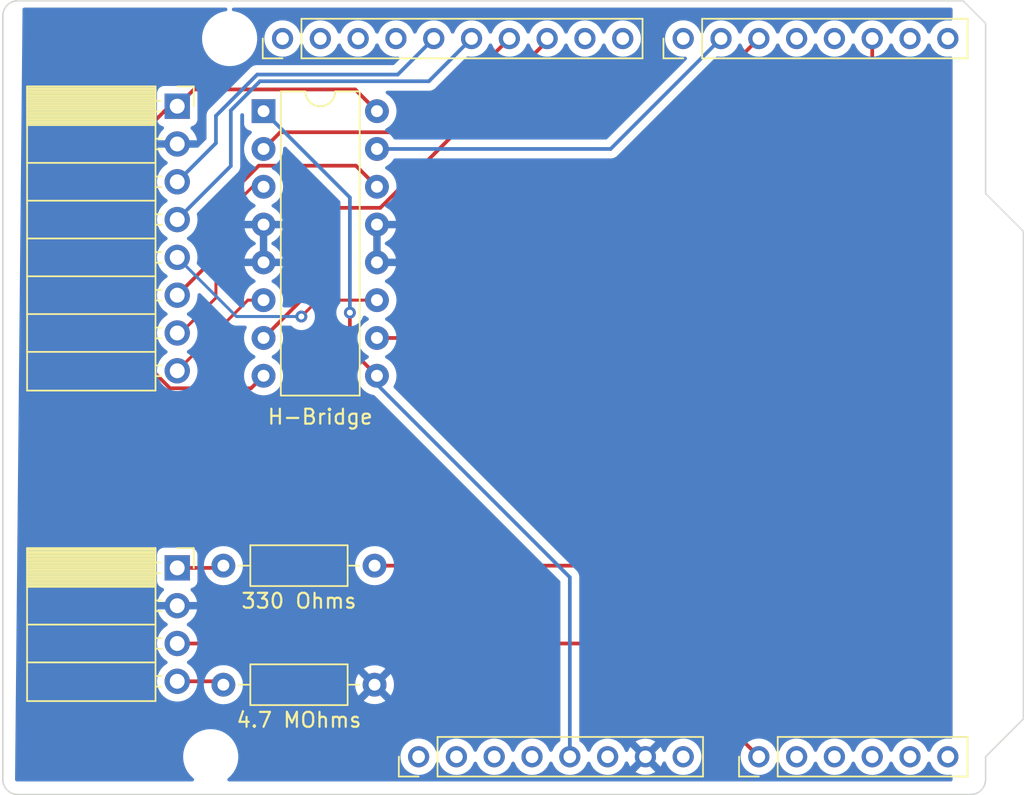
<source format=kicad_pcb>
(kicad_pcb (version 20240108) (generator "pcbnew") (generator_version "8.0")
  (title_block (title "Arduino UNO R4 Shield Template PCB") (date "2023-07-13") (rev "1.0") (company "MStackoverflow"))
  (layers (0 "F.Cu" signal) (31 "B.Cu" signal) (34 "B.Paste" user) (35 "F.Paste" user) (36 "B.SilkS" user "B.Silkscreen") (37 "F.SilkS" user "F.Silkscreen") (38 "B.Mask" user) (39 "F.Mask" user) (44 "Edge.Cuts" user))
  (net 0 "")
  (net 1 "5V")
  (net 2 "left motor -")
  (net 3 "left motor +")
  (net 4 "6V")
  (net 18 "R motor 1")
  (net 20 "R motor 2")
  (net 25 "L encoder")
  (net 26 "R encoder")
  (net 29 "L motor 2")
  (net 30 "L motor 1")
  (net 31 "GND")
  (net 32 "Net-(U7-D2)")
  (net 33 "Net-(J2-Pin_1)")
  (net 34 "Net-(J2-Pin_3)")
  (net 35 "Net-(J2-Pin_4)")
  (net 36 "right motor -")
  (net 37 "right motor +")
  (footprint "Package_DIP:DIP-16_W7.62mm" (layer "F.Cu") (at 124.2 73.46)
    (property "Reference" "H-Bridge" (at 3.81 20.54 0) (layer "F.SilkS"))
    (property "Value" "L293")
    (fp_line (start 1.16 -1.33) (end 1.16 19.11) (stroke (width 0.12)) (layer "F.SilkS"))
    (fp_line (start 1.16 19.11) (end 6.46 19.11) (stroke (width 0.12)) (layer "F.SilkS"))
    (fp_line (start 2.81 -1.33) (end 1.16 -1.33) (stroke (width 0.12)) (layer "F.SilkS"))
    (fp_line (start 6.46 -1.33) (end 4.81 -1.33) (stroke (width 0.12)) (layer "F.SilkS"))
    (fp_line (start 6.46 19.11) (end 6.46 -1.33) (stroke (width 0.12)) (layer "F.SilkS"))
    (fp_arc (start 4.81 -1.33) (mid 3.81 -0.33) (end 2.81 -1.33) (stroke (width 0.12)) (layer "F.SilkS"))
    (pad "1" thru_hole rect (at 0 0) (size 1.6 1.6) (drill 0.8) (layers "*.Cu" "*.Mask") (net 1 "5V"))
    (pad "2" thru_hole oval (at 0 2.54) (size 1.6 1.6) (drill 0.8) (layers "*.Cu" "*.Mask") (net 30 "L motor 1"))
    (pad "3" thru_hole oval (at 0 5.08) (size 1.6 1.6) (drill 0.8) (layers "*.Cu" "*.Mask") (net 3 "left motor +"))
    (pad "4" thru_hole oval (at 0 7.62) (size 1.6 1.6) (drill 0.8) (layers "*.Cu" "*.Mask") (net 31 "GND"))
    (pad "5" thru_hole oval (at 0 10.16) (size 1.6 1.6) (drill 0.8) (layers "*.Cu" "*.Mask") (net 31 "GND"))
    (pad "6" thru_hole oval (at 0 12.7) (size 1.6 1.6) (drill 0.8) (layers "*.Cu" "*.Mask") (net 2 "left motor -"))
    (pad "7" thru_hole oval (at 0 15.24) (size 1.6 1.6) (drill 0.8) (layers "*.Cu" "*.Mask") (net 29 "L motor 2"))
    (pad "8" thru_hole oval (at 0 17.78) (size 1.6 1.6) (drill 0.8) (layers "*.Cu" "*.Mask") (net 4 "6V"))
    (pad "9" thru_hole oval (at 7.62 17.78) (size 1.6 1.6) (drill 0.8) (layers "*.Cu" "*.Mask") (net 1 "5V"))
    (pad "10" thru_hole oval (at 7.62 15.24) (size 1.6 1.6) (drill 0.8) (layers "*.Cu" "*.Mask") (net 18 "R motor 1"))
    (pad "11" thru_hole oval (at 7.62 12.7) (size 1.6 1.6) (drill 0.8) (layers "*.Cu" "*.Mask") (net 37 "right motor +"))
    (pad "12" thru_hole oval (at 7.62 10.16) (size 1.6 1.6) (drill 0.8) (layers "*.Cu" "*.Mask") (net 31 "GND"))
    (pad "13" thru_hole oval (at 7.62 7.62) (size 1.6 1.6) (drill 0.8) (layers "*.Cu" "*.Mask") (net 31 "GND"))
    (pad "14" thru_hole oval (at 7.62 5.08) (size 1.6 1.6) (drill 0.8) (layers "*.Cu" "*.Mask") (net 36 "right motor -"))
    (pad "15" thru_hole oval (at 7.62 2.54) (size 1.6 1.6) (drill 0.8) (layers "*.Cu" "*.Mask") (net 20 "R motor 2"))
    (pad "16" thru_hole oval (at 7.62 0) (size 1.6 1.6) (drill 0.8) (layers "*.Cu" "*.Mask") (net 4 "6V"))
  )
  (footprint "Connector_PinSocket_2.54mm:PinSocket_1x08_P2.54mm_Horizontal" (layer "F.Cu") (at 118.4 73.125)
    (property "Reference" "J1" (hide yes))
    (property "Value" "Conn_01x08_Socket")
    (fp_line (start -10.09 -1.33) (end -10.09 19.11) (stroke (width 0.12)) (layer "F.SilkS"))
    (fp_line (start -10.09 -1.33) (end -1.46 -1.33) (stroke (width 0.12)) (layer "F.SilkS"))
    (fp_line (start -10.09 -1.21) (end -1.46 -1.21) (stroke (width 0.12)) (layer "F.SilkS"))
    (fp_line (start -10.09 -1.091905) (end -1.46 -1.091905) (stroke (width 0.12)) (layer "F.SilkS"))
    (fp_line (start -10.09 -0.97381) (end -1.46 -0.97381) (stroke (width 0.12)) (layer "F.SilkS"))
    (fp_line (start -10.09 -0.855715) (end -1.46 -0.855715) (stroke (width 0.12)) (layer "F.SilkS"))
    (fp_line (start -10.09 -0.73762) (end -1.46 -0.73762) (stroke (width 0.12)) (layer "F.SilkS"))
    (fp_line (start -10.09 -0.619525) (end -1.46 -0.619525) (stroke (width 0.12)) (layer "F.SilkS"))
    (fp_line (start -10.09 -0.50143) (end -1.46 -0.50143) (stroke (width 0.12)) (layer "F.SilkS"))
    (fp_line (start -10.09 -0.383335) (end -1.46 -0.383335) (stroke (width 0.12)) (layer "F.SilkS"))
    (fp_line (start -10.09 -0.26524) (end -1.46 -0.26524) (stroke (width 0.12)) (layer "F.SilkS"))
    (fp_line (start -10.09 -0.147145) (end -1.46 -0.147145) (stroke (width 0.12)) (layer "F.SilkS"))
    (fp_line (start -10.09 -0.02905) (end -1.46 -0.02905) (stroke (width 0.12)) (layer "F.SilkS"))
    (fp_line (start -10.09 0.089045) (end -1.46 0.089045) (stroke (width 0.12)) (layer "F.SilkS"))
    (fp_line (start -10.09 0.20714) (end -1.46 0.20714) (stroke (width 0.12)) (layer "F.SilkS"))
    (fp_line (start -10.09 0.325235) (end -1.46 0.325235) (stroke (width 0.12)) (layer "F.SilkS"))
    (fp_line (start -10.09 0.44333) (end -1.46 0.44333) (stroke (width 0.12)) (layer "F.SilkS"))
    (fp_line (start -10.09 0.561425) (end -1.46 0.561425) (stroke (width 0.12)) (layer "F.SilkS"))
    (fp_line (start -10.09 0.67952) (end -1.46 0.67952) (stroke (width 0.12)) (layer "F.SilkS"))
    (fp_line (start -10.09 0.797615) (end -1.46 0.797615) (stroke (width 0.12)) (layer "F.SilkS"))
    (fp_line (start -10.09 0.91571) (end -1.46 0.91571) (stroke (width 0.12)) (layer "F.SilkS"))
    (fp_line (start -10.09 1.033805) (end -1.46 1.033805) (stroke (width 0.12)) (layer "F.SilkS"))
    (fp_line (start -10.09 1.1519) (end -1.46 1.1519) (stroke (width 0.12)) (layer "F.SilkS"))
    (fp_line (start -10.09 1.27) (end -1.46 1.27) (stroke (width 0.12)) (layer "F.SilkS"))
    (fp_line (start -10.09 3.81) (end -1.46 3.81) (stroke (width 0.12)) (layer "F.SilkS"))
    (fp_line (start -10.09 6.35) (end -1.46 6.35) (stroke (width 0.12)) (layer "F.SilkS"))
    (fp_line (start -10.09 8.89) (end -1.46 8.89) (stroke (width 0.12)) (layer "F.SilkS"))
    (fp_line (start -10.09 11.43) (end -1.46 11.43) (stroke (width 0.12)) (layer "F.SilkS"))
    (fp_line (start -10.09 13.97) (end -1.46 13.97) (stroke (width 0.12)) (layer "F.SilkS"))
    (fp_line (start -10.09 16.51) (end -1.46 16.51) (stroke (width 0.12)) (layer "F.SilkS"))
    (fp_line (start -10.09 19.11) (end -1.46 19.11) (stroke (width 0.12)) (layer "F.SilkS"))
    (fp_line (start -1.46 -1.33) (end -1.46 19.11) (stroke (width 0.12)) (layer "F.SilkS"))
    (fp_line (start -1.46 -0.36) (end -1.11 -0.36) (stroke (width 0.12)) (layer "F.SilkS"))
    (fp_line (start -1.46 0.36) (end -1.11 0.36) (stroke (width 0.12)) (layer "F.SilkS"))
    (fp_line (start -1.46 2.18) (end -1.05 2.18) (stroke (width 0.12)) (layer "F.SilkS"))
    (fp_line (start -1.46 2.9) (end -1.05 2.9) (stroke (width 0.12)) (layer "F.SilkS"))
    (fp_line (start -1.46 4.72) (end -1.05 4.72) (stroke (width 0.12)) (layer "F.SilkS"))
    (fp_line (start -1.46 5.44) (end -1.05 5.44) (stroke (width 0.12)) (layer "F.SilkS"))
    (fp_line (start -1.46 7.26) (end -1.05 7.26) (stroke (width 0.12)) (layer "F.SilkS"))
    (fp_line (start -1.46 7.98) (end -1.05 7.98) (stroke (width 0.12)) (layer "F.SilkS"))
    (fp_line (start -1.46 9.8) (end -1.05 9.8) (stroke (width 0.12)) (layer "F.SilkS"))
    (fp_line (start -1.46 10.52) (end -1.05 10.52) (stroke (width 0.12)) (layer "F.SilkS"))
    (fp_line (start -1.46 12.34) (end -1.05 12.34) (stroke (width 0.12)) (layer "F.SilkS"))
    (fp_line (start -1.46 13.06) (end -1.05 13.06) (stroke (width 0.12)) (layer "F.SilkS"))
    (fp_line (start -1.46 14.88) (end -1.05 14.88) (stroke (width 0.12)) (layer "F.SilkS"))
    (fp_line (start -1.46 15.6) (end -1.05 15.6) (stroke (width 0.12)) (layer "F.SilkS"))
    (fp_line (start -1.46 17.42) (end -1.05 17.42) (stroke (width 0.12)) (layer "F.SilkS"))
    (fp_line (start -1.46 18.14) (end -1.05 18.14) (stroke (width 0.12)) (layer "F.SilkS"))
    (fp_line (start 0 -1.33) (end 1.11 -1.33) (stroke (width 0.12)) (layer "F.SilkS"))
    (fp_line (start 1.11 -1.33) (end 1.11 0) (stroke (width 0.12)) (layer "F.SilkS"))
    (pad "1" thru_hole rect (at 0 0) (size 1.7 1.7) (drill 1) (layers "*.Cu" "*.Mask") (net 4 "6V"))
    (pad "2" thru_hole oval (at 0 2.54) (size 1.7 1.7) (drill 1) (layers "*.Cu" "*.Mask") (net 31 "GND"))
    (pad "3" thru_hole oval (at 0 5.08) (size 1.7 1.7) (drill 1) (layers "*.Cu" "*.Mask") (net 26 "R encoder"))
    (pad "4" thru_hole oval (at 0 7.62) (size 1.7 1.7) (drill 1) (layers "*.Cu" "*.Mask") (net 25 "L encoder"))
    (pad "5" thru_hole oval (at 0 10.16) (size 1.7 1.7) (drill 1) (layers "*.Cu" "*.Mask") (net 37 "right motor +"))
    (pad "6" thru_hole oval (at 0 12.7) (size 1.7 1.7) (drill 1) (layers "*.Cu" "*.Mask") (net 36 "right motor -"))
    (pad "7" thru_hole oval (at 0 15.24) (size 1.7 1.7) (drill 1) (layers "*.Cu" "*.Mask") (net 3 "left motor +"))
    (pad "8" thru_hole oval (at 0 17.78) (size 1.7 1.7) (drill 1) (layers "*.Cu" "*.Mask") (net 2 "left motor -"))
  )
  (footprint "Resistor_THT:R_Axial_DIN0207_L6.3mm_D2.5mm_P10.16mm_Horizontal" (layer "F.Cu") (at 131.66 112 180)
    (property "Reference" "4.7 MOhms" (at 5.08 -2.37 0) (layer "F.SilkS"))
    (property "Value" "4.7 MOhms")
    (fp_line (start 9.12 0) (end 8.35 0) (stroke (width 0.12)) (layer "F.SilkS"))
    (fp_line (start 8.35 1.37) (end 8.35 -1.37) (stroke (width 0.12)) (layer "F.SilkS"))
    (fp_line (start 8.35 -1.37) (end 1.81 -1.37) (stroke (width 0.12)) (layer "F.SilkS"))
    (fp_line (start 1.81 1.37) (end 8.35 1.37) (stroke (width 0.12)) (layer "F.SilkS"))
    (fp_line (start 1.81 -1.37) (end 1.81 1.37) (stroke (width 0.12)) (layer "F.SilkS"))
    (fp_line (start 1.04 0) (end 1.81 0) (stroke (width 0.12)) (layer "F.SilkS"))
    (pad "1" thru_hole circle (at 0 0 180) (size 1.6 1.6) (drill 0.8) (layers "*.Cu" "*.Mask") (net 31 "GND"))
    (pad "2" thru_hole oval (at 10.16 0 180) (size 1.6 1.6) (drill 0.8) (layers "*.Cu" "*.Mask") (net 35 "Net-(J2-Pin_4)"))
  )
  (footprint "ArduinoMountingHoles:Arduino_MountingHole" (layer "F.Cu") (at 172.72 83.82001)
    (property "Reference" "H1" (hide yes))
    (property "Value" "MountingHole1" (hide yes))
    (pad "" np_thru_hole circle (at 0 0) (size 3.19989 3.19989) (drill 3.19989) (layers "F&B.Cu" "*.Mask"))
  )
  (footprint "Resistor_THT:R_Axial_DIN0207_L6.3mm_D2.5mm_P10.16mm_Horizontal" (layer "F.Cu") (at 131.66 104 180)
    (property "Reference" "330 Ohms" (at 5.08 -2.37 0) (layer "F.SilkS"))
    (property "Value" "330 Ohms")
    (fp_line (start 9.12 0) (end 8.35 0) (stroke (width 0.12)) (layer "F.SilkS"))
    (fp_line (start 8.35 1.37) (end 8.35 -1.37) (stroke (width 0.12)) (layer "F.SilkS"))
    (fp_line (start 8.35 -1.37) (end 1.81 -1.37) (stroke (width 0.12)) (layer "F.SilkS"))
    (fp_line (start 1.81 1.37) (end 8.35 1.37) (stroke (width 0.12)) (layer "F.SilkS"))
    (fp_line (start 1.81 -1.37) (end 1.81 1.37) (stroke (width 0.12)) (layer "F.SilkS"))
    (fp_line (start 1.04 0) (end 1.81 0) (stroke (width 0.12)) (layer "F.SilkS"))
    (pad "1" thru_hole circle (at 0 0 180) (size 1.6 1.6) (drill 0.8) (layers "*.Cu" "*.Mask") (net 32 "Net-(U7-D2)"))
    (pad "2" thru_hole oval (at 10.16 0 180) (size 1.6 1.6) (drill 0.8) (layers "*.Cu" "*.Mask") (net 33 "Net-(J2-Pin_1)"))
  )
  (footprint "ArduinoPinSockets:Arduino_PinSocket_1x08_P2.54mm_Vertical" (layer "F.Cu") (at 152.39999 68.58001 90)
    (property "Reference" "U7" (hide yes))
    (property "Value" "Digital_2" (hide yes))
    (fp_line (start -1.33 -1.33) (end 0 -1.33) (stroke (width 0.12)) (layer "F.SilkS"))
    (fp_line (start -1.33 0) (end -1.33 -1.33) (stroke (width 0.12)) (layer "F.SilkS"))
    (fp_line (start 1.33 1.27) (end 1.33 19.11) (stroke (width 0.12)) (layer "F.SilkS"))
    (fp_line (start -1.33 1.27) (end 1.33 1.27) (stroke (width 0.12)) (layer "F.SilkS"))
    (fp_line (start -1.33 1.27) (end -1.33 19.11) (stroke (width 0.12)) (layer "F.SilkS"))
    (fp_line (start -1.33 19.11) (end 1.33 19.11) (stroke (width 0.12)) (layer "F.SilkS"))
    (pad "11" thru_hole circle (at 0 0 90) (size 1.422 1.422) (drill 0.85) (layers "*.Cu" "*.Mask"))
    (pad "12" thru_hole circle (at 0 2.54 90) (size 1.422 1.422) (drill 0.85) (layers "*.Cu" "*.Mask") (net 20 "R motor 2"))
    (pad "13" thru_hole circle (at 0 5.08 90) (size 1.422 1.422) (drill 0.85) (layers "*.Cu" "*.Mask") (net 18 "R motor 1"))
    (pad "14" thru_hole circle (at 0 7.62 90) (size 1.422 1.422) (drill 0.85) (layers "*.Cu" "*.Mask"))
    (pad "15" thru_hole circle (at 0 10.16 90) (size 1.422 1.422) (drill 0.85) (layers "*.Cu" "*.Mask"))
    (pad "16" thru_hole circle (at 0 12.7 90) (size 1.422 1.422) (drill 0.85) (layers "*.Cu" "*.Mask") (net 32 "Net-(U7-D2)"))
    (pad "17" thru_hole circle (at 0 15.24 90) (size 1.422 1.422) (drill 0.85) (layers "*.Cu" "*.Mask"))
    (pad "18" thru_hole circle (at 0 17.78 90) (size 1.422 1.422) (drill 0.85) (layers "*.Cu" "*.Mask"))
  )
  (footprint "ArduinoPinSockets:Arduino_PinSocket_1x10_P2.54mm_Vertical" (layer "F.Cu") (at 125.476 68.58 90)
    (property "Reference" "U6" (hide yes))
    (property "Value" "Digital_1" (hide yes))
    (fp_line (start -1.33 -1.33) (end 0 -1.33) (stroke (width 0.12)) (layer "F.SilkS"))
    (fp_line (start -1.33 0) (end -1.33 -1.33) (stroke (width 0.12)) (layer "F.SilkS"))
    (fp_line (start 1.33 1.27) (end 1.33 24.19) (stroke (width 0.12)) (layer "F.SilkS"))
    (fp_line (start -1.33 1.27) (end 1.33 1.27) (stroke (width 0.12)) (layer "F.SilkS"))
    (fp_line (start -1.33 1.27) (end -1.33 24.19) (stroke (width 0.12)) (layer "F.SilkS"))
    (fp_line (start -1.33 24.19) (end 1.33 24.19) (stroke (width 0.12)) (layer "F.SilkS"))
    (pad "1" thru_hole circle (at 0 0 90) (size 1.422 1.422) (drill 0.85) (layers "*.Cu" "*.Mask"))
    (pad "2" thru_hole circle (at 0 2.54 90) (size 1.422 1.422) (drill 0.85) (layers "*.Cu" "*.Mask"))
    (pad "3" thru_hole circle (at 0 5.08 90) (size 1.422 1.422) (drill 0.85) (layers "*.Cu" "*.Mask"))
    (pad "4" thru_hole circle (at 0 7.62 90) (size 1.422 1.422) (drill 0.85) (layers "*.Cu" "*.Mask"))
    (pad "5" thru_hole circle (at 0 10.16 90) (size 1.422 1.422) (drill 0.85) (layers "*.Cu" "*.Mask") (net 26 "R encoder"))
    (pad "6" thru_hole circle (at 0 12.7 90) (size 1.422 1.422) (drill 0.85) (layers "*.Cu" "*.Mask") (net 25 "L encoder"))
    (pad "7" thru_hole circle (at 0 15.24 90) (size 1.422 1.422) (drill 0.85) (layers "*.Cu" "*.Mask") (net 30 "L motor 1"))
    (pad "8" thru_hole circle (at 0 17.78 90) (size 1.422 1.422) (drill 0.85) (layers "*.Cu" "*.Mask") (net 29 "L motor 2"))
    (pad "9" thru_hole circle (at 0 20.32 90) (size 1.422 1.422) (drill 0.85) (layers "*.Cu" "*.Mask"))
    (pad "10" thru_hole circle (at 0 22.86 90) (size 1.422 1.422) (drill 0.85) (layers "*.Cu" "*.Mask"))
  )
  (footprint "ArduinoMountingHoles:Arduino_MountingHole" (layer "F.Cu") (at 120.65 116.84)
    (property "Reference" "H4" (hide yes))
    (property "Value" "MountingHole4" (hide yes))
    (pad "" np_thru_hole circle (at 0 0) (size 3.19989 3.19989) (drill 3.19989) (layers "F&B.Cu" "*.Mask"))
  )
  (footprint "ArduinoPinSockets:Arduino_PinSocket_1x06_P2.54mm_Vertical" (layer "F.Cu") (at 157.48 116.84 90)
    (property "Reference" "U3" (hide yes))
    (property "Value" "Analog_2" (hide yes))
    (fp_line (start -1.33 -1.33) (end 0 -1.33) (stroke (width 0.12)) (layer "F.SilkS"))
    (fp_line (start -1.33 0) (end -1.33 -1.33) (stroke (width 0.12)) (layer "F.SilkS"))
    (fp_line (start 1.33 1.27) (end 1.33 14.03) (stroke (width 0.12)) (layer "F.SilkS"))
    (fp_line (start -1.33 1.27) (end 1.33 1.27) (stroke (width 0.12)) (layer "F.SilkS"))
    (fp_line (start -1.33 1.27) (end -1.33 14.03) (stroke (width 0.12)) (layer "F.SilkS"))
    (fp_line (start -1.33 14.03) (end 1.33 14.03) (stroke (width 0.12)) (layer "F.SilkS"))
    (pad "9" thru_hole circle (at 0 0 90) (size 1.422 1.422) (drill 0.85) (layers "*.Cu" "*.Mask") (net 34 "Net-(J2-Pin_3)"))
    (pad "10" thru_hole circle (at 0 2.54 90) (size 1.422 1.422) (drill 0.85) (layers "*.Cu" "*.Mask"))
    (pad "11" thru_hole circle (at 0 5.08 90) (size 1.422 1.422) (drill 0.85) (layers "*.Cu" "*.Mask"))
    (pad "12" thru_hole circle (at 0 7.62 90) (size 1.422 1.422) (drill 0.85) (layers "*.Cu" "*.Mask"))
    (pad "13" thru_hole circle (at 0 10.16 90) (size 1.422 1.422) (drill 0.85) (layers "*.Cu" "*.Mask"))
    (pad "14" thru_hole circle (at 0 12.7 90) (size 1.422 1.422) (drill 0.85) (layers "*.Cu" "*.Mask"))
  )
  (footprint "ArduinoPinSockets:Arduino_PinSocket_1x08_P2.54mm_Vertical" (layer "F.Cu") (at 134.62 116.84 90)
    (property "Reference" "U2" (hide yes))
    (property "Value" "Analog_1" (hide yes))
    (fp_line (start -1.33 -1.33) (end 0 -1.33) (stroke (width 0.12)) (layer "F.SilkS"))
    (fp_line (start -1.33 0) (end -1.33 -1.33) (stroke (width 0.12)) (layer "F.SilkS"))
    (fp_line (start 1.33 1.27) (end 1.33 19.11) (stroke (width 0.12)) (layer "F.SilkS"))
    (fp_line (start -1.33 1.27) (end 1.33 1.27) (stroke (width 0.12)) (layer "F.SilkS"))
    (fp_line (start -1.33 1.27) (end -1.33 19.11) (stroke (width 0.12)) (layer "F.SilkS"))
    (fp_line (start -1.33 19.11) (end 1.33 19.11) (stroke (width 0.12)) (layer "F.SilkS"))
    (pad "1" thru_hole circle (at 0 0 90) (size 1.422 1.422) (drill 0.85) (layers "*.Cu" "*.Mask"))
    (pad "2" thru_hole circle (at 0 2.54 90) (size 1.422 1.422) (drill 0.85) (layers "*.Cu" "*.Mask"))
    (pad "3" thru_hole circle (at 0 5.08 90) (size 1.422 1.422) (drill 0.85) (layers "*.Cu" "*.Mask"))
    (pad "4" thru_hole circle (at 0 7.62 90) (size 1.422 1.422) (drill 0.85) (layers "*.Cu" "*.Mask"))
    (pad "5" thru_hole circle (at 0 10.16 90) (size 1.422 1.422) (drill 0.85) (layers "*.Cu" "*.Mask") (net 1 "5V"))
    (pad "6" thru_hole circle (at 0 12.7 90) (size 1.422 1.422) (drill 0.85) (layers "*.Cu" "*.Mask"))
    (pad "7" thru_hole circle (at 0 15.24 90) (size 1.422 1.422) (drill 0.85) (layers "*.Cu" "*.Mask") (net 31 "GND"))
    (pad "8" thru_hole circle (at 0 17.78 90) (size 1.422 1.422) (drill 0.85) (layers "*.Cu" "*.Mask"))
  )
  (footprint "ArduinoMountingHoles:Arduino_MountingHole" (layer "F.Cu") (at 121.91999 68.58001)
    (property "Reference" "H2" (hide yes))
    (property "Value" "MountingHole2" (hide yes))
    (pad "" np_thru_hole circle (at 0 0) (size 3.19989 3.19989) (drill 3.19989) (layers "F&B.Cu" "*.Mask"))
  )
  (footprint "Connector_PinSocket_2.54mm:PinSocket_1x04_P2.54mm_Horizontal" (layer "F.Cu") (at 118.4 104.15)
    (property "Reference" "J2" (hide yes))
    (property "Value" "Conn_01x04_Socket")
    (fp_line (start -10.09 -1.33) (end -10.09 8.95) (stroke (width 0.12)) (layer "F.SilkS"))
    (fp_line (start -10.09 -1.33) (end -1.46 -1.33) (stroke (width 0.12)) (layer "F.SilkS"))
    (fp_line (start -10.09 -1.21) (end -1.46 -1.21) (stroke (width 0.12)) (layer "F.SilkS"))
    (fp_line (start -10.09 -1.091905) (end -1.46 -1.091905) (stroke (width 0.12)) (layer "F.SilkS"))
    (fp_line (start -10.09 -0.97381) (end -1.46 -0.97381) (stroke (width 0.12)) (layer "F.SilkS"))
    (fp_line (start -10.09 -0.855715) (end -1.46 -0.855715) (stroke (width 0.12)) (layer "F.SilkS"))
    (fp_line (start -10.09 -0.73762) (end -1.46 -0.73762) (stroke (width 0.12)) (layer "F.SilkS"))
    (fp_line (start -10.09 -0.619525) (end -1.46 -0.619525) (stroke (width 0.12)) (layer "F.SilkS"))
    (fp_line (start -10.09 -0.50143) (end -1.46 -0.50143) (stroke (width 0.12)) (layer "F.SilkS"))
    (fp_line (start -10.09 -0.383335) (end -1.46 -0.383335) (stroke (width 0.12)) (layer "F.SilkS"))
    (fp_line (start -10.09 -0.26524) (end -1.46 -0.26524) (stroke (width 0.12)) (layer "F.SilkS"))
    (fp_line (start -10.09 -0.147145) (end -1.46 -0.147145) (stroke (width 0.12)) (layer "F.SilkS"))
    (fp_line (start -10.09 -0.02905) (end -1.46 -0.02905) (stroke (width 0.12)) (layer "F.SilkS"))
    (fp_line (start -10.09 0.089045) (end -1.46 0.089045) (stroke (width 0.12)) (layer "F.SilkS"))
    (fp_line (start -10.09 0.20714) (end -1.46 0.20714) (stroke (width 0.12)) (layer "F.SilkS"))
    (fp_line (start -10.09 0.325235) (end -1.46 0.325235) (stroke (width 0.12)) (layer "F.SilkS"))
    (fp_line (start -10.09 0.44333) (end -1.46 0.44333) (stroke (width 0.12)) (layer "F.SilkS"))
    (fp_line (start -10.09 0.561425) (end -1.46 0.561425) (stroke (width 0.12)) (layer "F.SilkS"))
    (fp_line (start -10.09 0.67952) (end -1.46 0.67952) (stroke (width 0.12)) (layer "F.SilkS"))
    (fp_line (start -10.09 0.797615) (end -1.46 0.797615) (stroke (width 0.12)) (layer "F.SilkS"))
    (fp_line (start -10.09 0.91571) (end -1.46 0.91571) (stroke (width 0.12)) (layer "F.SilkS"))
    (fp_line (start -10.09 1.033805) (end -1.46 1.033805) (stroke (width 0.12)) (layer "F.SilkS"))
    (fp_line (start -10.09 1.1519) (end -1.46 1.1519) (stroke (width 0.12)) (layer "F.SilkS"))
    (fp_line (start -10.09 1.27) (end -1.46 1.27) (stroke (width 0.12)) (layer "F.SilkS"))
    (fp_line (start -10.09 3.81) (end -1.46 3.81) (stroke (width 0.12)) (layer "F.SilkS"))
    (fp_line (start -10.09 6.35) (end -1.46 6.35) (stroke (width 0.12)) (layer "F.SilkS"))
    (fp_line (start -10.09 8.95) (end -1.46 8.95) (stroke (width 0.12)) (layer "F.SilkS"))
    (fp_line (start -1.46 -1.33) (end -1.46 8.95) (stroke (width 0.12)) (layer "F.SilkS"))
    (fp_line (start -1.46 -0.36) (end -1.11 -0.36) (stroke (width 0.12)) (layer "F.SilkS"))
    (fp_line (start -1.46 0.36) (end -1.11 0.36) (stroke (width 0.12)) (layer "F.SilkS"))
    (fp_line (start -1.46 2.18) (end -1.05 2.18) (stroke (width 0.12)) (layer "F.SilkS"))
    (fp_line (start -1.46 2.9) (end -1.05 2.9) (stroke (width 0.12)) (layer "F.SilkS"))
    (fp_line (start -1.46 4.72) (end -1.05 4.72) (stroke (width 0.12)) (layer "F.SilkS"))
    (fp_line (start -1.46 5.44) (end -1.05 5.44) (stroke (width 0.12)) (layer "F.SilkS"))
    (fp_line (start -1.46 7.26) (end -1.05 7.26) (stroke (width 0.12)) (layer "F.SilkS"))
    (fp_line (start -1.46 7.98) (end -1.05 7.98) (stroke (width 0.12)) (layer "F.SilkS"))
    (fp_line (start 0 -1.33) (end 1.11 -1.33) (stroke (width 0.12)) (layer "F.SilkS"))
    (fp_line (start 1.11 -1.33) (end 1.11 0) (stroke (width 0.12)) (layer "F.SilkS"))
    (pad "1" thru_hole rect (at 0 0) (size 1.7 1.7) (drill 1) (layers "*.Cu" "*.Mask") (net 33 "Net-(J2-Pin_1)"))
    (pad "2" thru_hole oval (at 0 2.54) (size 1.7 1.7) (drill 1) (layers "*.Cu" "*.Mask") (net 31 "GND"))
    (pad "3" thru_hole oval (at 0 5.08) (size 1.7 1.7) (drill 1) (layers "*.Cu" "*.Mask") (net 34 "Net-(J2-Pin_3)"))
    (pad "4" thru_hole oval (at 0 7.62) (size 1.7 1.7) (drill 1) (layers "*.Cu" "*.Mask") (net 35 "Net-(J2-Pin_4)"))
  )
  (footprint "ArduinoMountingHoles:Arduino_MountingHole" (layer "F.Cu") (at 172.72 111.76)
    (property "Reference" "H3" (hide yes))
    (property "Value" "MountingHole3" (hide yes))
    (pad "" np_thru_hole circle (at 0 0) (size 3.19989 3.19989) (drill 3.19989) (layers "F&B.Cu" "*.Mask"))
  )
  (gr_line (start 171.196 66.04) (end 172.72 67.564) (stroke (width 0.1)) (layer "Edge.Cuts"))
  (gr_arc (start 107.696 119.38) (mid 106.97758 119.08242) (end 106.68 118.364) (stroke (width 0.1)) (layer "Edge.Cuts"))
  (gr_line (start 172.72 78.994) (end 175.26 81.534) (stroke (width 0.1)) (layer "Edge.Cuts"))
  (gr_arc (start 172.72 118.364) (mid 172.42242 119.08242) (end 171.704 119.38) (stroke (width 0.1)) (layer "Edge.Cuts"))
  (gr_line (start 175.26 81.534) (end 175.26 114.3) (stroke (width 0.1)) (layer "Edge.Cuts"))
  (gr_line (start 171.704 119.38) (end 107.696 119.38) (stroke (width 0.1)) (layer "Edge.Cuts"))
  (gr_line (start 175.26 114.3) (end 172.72 116.84) (stroke (width 0.1)) (layer "Edge.Cuts"))
  (gr_line (start 172.72 67.564) (end 172.72 78.994) (stroke (width 0.1)) (layer "Edge.Cuts"))
  (gr_arc (start 106.68 67.056) (mid 106.97758 66.33758) (end 107.696 66.04) (stroke (width 0.1)) (layer "Edge.Cuts"))
  (gr_line (start 172.72 116.84) (end 172.72 118.364) (stroke (width 0.1)) (layer "Edge.Cuts"))
  (gr_line (start 107.696 66.04) (end 171.196 66.04) (stroke (width 0.1)) (layer "Edge.Cuts"))
  (gr_line (start 106.68 118.364) (end 106.68 67.056) (stroke (width 0.1)) (layer "Edge.Cuts"))
  (segment (start 130 87) (end 130 89.42) (width 0.25) (layer "F.Cu") (net 1))
  (segment (start 130 89.42) (end 131.82 91.24) (width 0.25) (layer "F.Cu") (net 1))
  (via (at 130 87) (size 0.8) (drill 0.4) (layers "F.Cu" "B.Cu") (net 1))
  (segment (start 135 95) (end 144.78 104.78) (width 0.25) (layer "B.Cu") (net 1))
  (segment (start 131.82 91.82) (end 131.82 91.24) (width 0.25) (layer "B.Cu") (net 1))
  (segment (start 144.78 104.78) (end 144.78 116.84) (width 0.25) (layer "B.Cu") (net 1))
  (segment (start 130 87) (end 130 79.26) (width 0.25) (layer "B.Cu") (net 1))
  (segment (start 135 95) (end 131.82 91.82) (width 0.25) (layer "B.Cu") (net 1))
  (segment (start 130 79.26) (end 124.2 73.46) (width 0.25) (layer "B.Cu") (net 1))
  (segment (start 118.4 90.905) (end 123.145 86.16) (width 0.2) (layer "F.Cu") (net 2))
  (segment (start 123.145 86.16) (end 124.2 86.16) (width 0.2) (layer "F.Cu") (net 2))
  (segment (start 123.46 78.54) (end 124.2 78.54) (width 0.2) (layer "F.Cu") (net 3))
  (segment (start 118.4 88.365) (end 118.635 88.365) (width 0.2) (layer "F.Cu") (net 3))
  (segment (start 121 86) (end 121 81) (width 0.2) (layer "F.Cu") (net 3))
  (segment (start 121 81) (end 123.46 78.54) (width 0.2) (layer "F.Cu") (net 3))
  (segment (start 118.635 88.365) (end 121 86) (width 0.2) (layer "F.Cu") (net 3))
  (segment (start 117.913298 92.08) (end 116 90.166702) (width 0.25) (layer "F.Cu") (net 4))
  (segment (start 116 75) (end 117.875 73.125) (width 0.25) (layer "F.Cu") (net 4))
  (segment (start 117.875 73.125) (end 118.4 73.125) (width 0.25) (layer "F.Cu") (net 4))
  (segment (start 116 90.166702) (end 116 75) (width 0.25) (layer "F.Cu") (net 4))
  (segment (start 119.525 72) (end 130.36 72) (width 0.25) (layer "F.Cu") (net 4))
  (segment (start 118.4 73.125) (end 119.525 72) (width 0.25) (layer "F.Cu") (net 4))
  (segment (start 123.36 92.08) (end 117.913298 92.08) (width 0.25) (layer "F.Cu") (net 4))
  (segment (start 124.2 91.24) (end 123.36 92.08) (width 0.25) (layer "F.Cu") (net 4))
  (segment (start 130.36 72) (end 131.82 73.46) (width 0.25) (layer "F.Cu") (net 4))
  (segment (start 131.82 88.7) (end 137.36 88.7) (width 0.25) (layer "F.Cu") (net 18))
  (segment (start 137.36 88.7) (end 157.47999 68.58001) (width 0.25) (layer "F.Cu") (net 18))
  (segment (start 131.82 76) (end 147.52 76) (width 0.25) (layer "B.Cu") (net 20))
  (segment (start 147.52 76) (end 154.93999 68.58001) (width 0.25) (layer "B.Cu") (net 20))
  (segment (start 122 73.41) (end 123.96 71.45) (width 0.25) (layer "B.Cu") (net 25))
  (segment (start 122 77.145) (end 122 73.41) (width 0.25) (layer "B.Cu") (net 25))
  (segment (start 135.306 71.45) (end 138.176 68.58) (width 0.25) (layer "B.Cu") (net 25))
  (segment (start 123.96 71.45) (end 135.306 71.45) (width 0.25) (layer "B.Cu") (net 25))
  (segment (start 118.4 80.745) (end 122 77.145) (width 0.25) (layer "B.Cu") (net 25))
  (segment (start 123.773604 71) (end 133.216 71) (width 0.25) (layer "B.Cu") (net 26))
  (segment (start 133.216 71) (end 135.636 68.58) (width 0.25) (layer "B.Cu") (net 26))
  (segment (start 121 75.605) (end 121 73.773604) (width 0.25) (layer "B.Cu") (net 26))
  (segment (start 118.4 78.205) (end 121 75.605) (width 0.25) (layer "B.Cu") (net 26))
  (segment (start 121 73.773604) (end 123.773604 71) (width 0.25) (layer "B.Cu") (net 26))
  (segment (start 124.2 88.7) (end 127 85.9) (width 0.25) (layer "F.Cu") (net 29))
  (segment (start 127 82) (end 129.045 79.955) (width 0.25) (layer "F.Cu") (net 29))
  (segment (start 132.045 79.955) (end 143.256 68.744) (width 0.25) (layer "F.Cu") (net 29))
  (segment (start 143.256 68.744) (end 143.256 68.58) (width 0.25) (layer "F.Cu") (net 29))
  (segment (start 127 85.9) (end 127 82) (width 0.25) (layer "F.Cu") (net 29))
  (segment (start 129.045 79.955) (end 132.045 79.955) (width 0.25) (layer "F.Cu") (net 29))
  (segment (start 124.2 76) (end 125.325 74.875) (width 0.25) (layer "F.Cu") (net 30))
  (segment (start 125.325 74.875) (end 134.421 74.875) (width 0.25) (layer "F.Cu") (net 30))
  (segment (start 134.421 74.875) (end 140.716 68.58) (width 0.25) (layer "F.Cu") (net 30))
  (segment (start 165.09999 68.58001) (end 165.09999 84.90001) (width 0.25) (layer "F.Cu") (net 32))
  (segment (start 165.09999 84.90001) (end 146 104) (width 0.25) (layer "F.Cu") (net 32))
  (segment (start 146 104) (end 131.66 104) (width 0.25) (layer "F.Cu") (net 32))
  (segment (start 118.4 104.15) (end 121.35 104.15) (width 0.25) (layer "F.Cu") (net 33))
  (segment (start 121.35 104.15) (end 121.5 104) (width 0.25) (layer "F.Cu") (net 33))
  (segment (start 149.87 109.23) (end 157.48 116.84) (width 0.25) (layer "F.Cu") (net 34))
  (segment (start 118.4 109.23) (end 149.87 109.23) (width 0.25) (layer "F.Cu") (net 34))
  (segment (start 121.27 111.77) (end 121.5 112) (width 0.25) (layer "F.Cu") (net 35))
  (segment (start 118.4 111.77) (end 121.27 111.77) (width 0.25) (layer "F.Cu") (net 35))
  (segment (start 130.405 77.125) (end 131.82 78.54) (width 0.25) (layer "F.Cu") (net 36))
  (segment (start 123.875 77.125) (end 130.405 77.125) (width 0.25) (layer "F.Cu") (net 36))
  (segment (start 118.4 85.825) (end 120.575 83.65) (width 0.25) (layer "F.Cu") (net 36))
  (segment (start 120.575 83.65) (end 120.575 80.425) (width 0.25) (layer "F.Cu") (net 36))
  (segment (start 120.575 80.425) (end 123.875 77.125) (width 0.25) (layer "F.Cu") (net 36))
  (segment (start 118.4 85.825) (end 118.4 85.289009) (width 0.25) (layer "B.Cu") (net 36))
  (segment (start 126.74 87.26) (end 127.84 86.16) (width 0.2) (layer "F.Cu") (net 37))
  (segment (start 127.84 86.16) (end 131.82 86.16) (width 0.2) (layer "F.Cu") (net 37))
  (via (at 126.74 87.26) (size 0.8) (drill 0.4) (layers "F.Cu" "B.Cu") (net 37))
  (segment (start 126.74 87.26) (end 122.375 87.26) (width 0.2) (layer "B.Cu") (net 37))
  (segment (start 122.375 87.26) (end 118.4 83.285) (width 0.2) (layer "B.Cu") (net 37))
  (zone (net 31) (net_name "GND") (layer "B.Cu") (connect_pads (clearance 0.508)) (min_thickness 0.25) (fill yes (thermal_gap 0.5) (thermal_bridge_width 0.5))
    (polygon (pts (xy 108 66.5) (xy 170.5 66.5) (xy 170.5 118.5) (xy 107.5 118.5) (xy 108 67)))
  )
)
</source>
